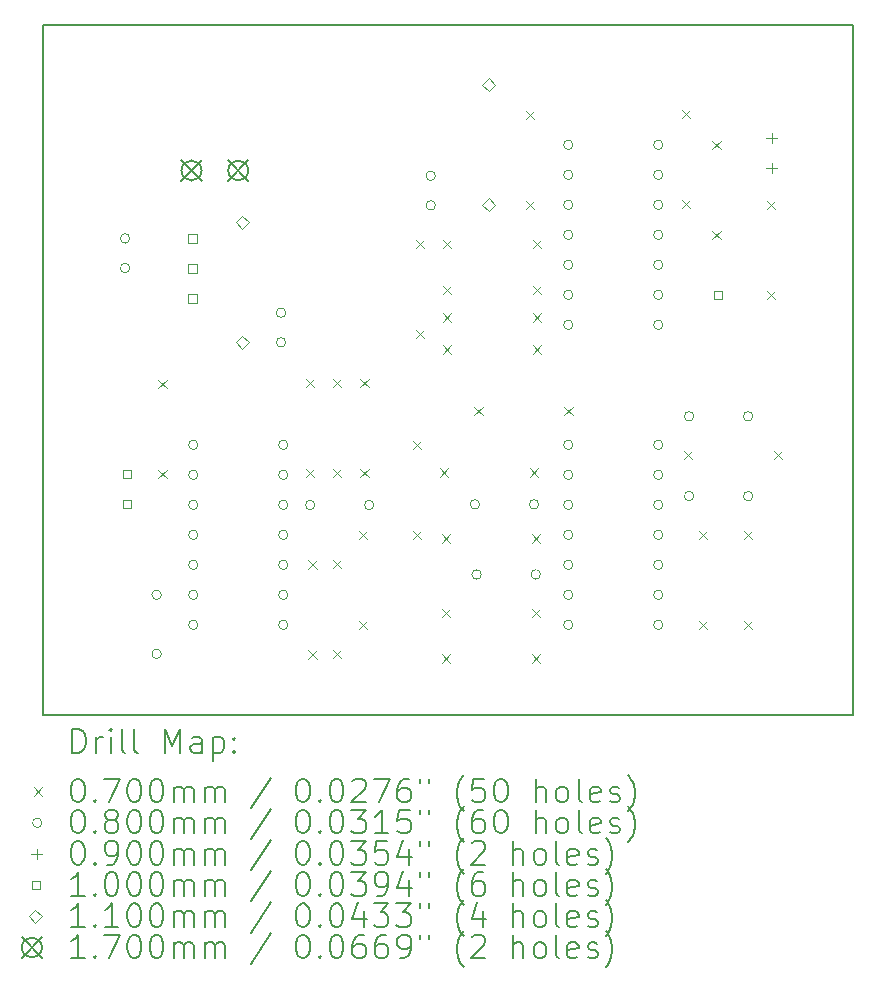
<source format=gbr>
%FSLAX45Y45*%
G04 Gerber Fmt 4.5, Leading zero omitted, Abs format (unit mm)*
G04 Created by KiCad (PCBNEW (6.0.4)) date 2022-04-22 20:47:05*
%MOMM*%
%LPD*%
G01*
G04 APERTURE LIST*
%TA.AperFunction,Profile*%
%ADD10C,0.200000*%
%TD*%
%ADD11C,0.200000*%
%ADD12C,0.070000*%
%ADD13C,0.080000*%
%ADD14C,0.090000*%
%ADD15C,0.100000*%
%ADD16C,0.110000*%
%ADD17C,0.170000*%
G04 APERTURE END LIST*
D10*
X17960340Y-7101840D02*
X11102340Y-7101840D01*
X11102340Y-7101840D02*
X11102340Y-12943840D01*
X11102340Y-12943840D02*
X17960340Y-12943840D01*
X17960340Y-12943840D02*
X17960340Y-7101840D01*
D11*
D12*
X12078340Y-10110340D02*
X12148340Y-10180340D01*
X12148340Y-10110340D02*
X12078340Y-10180340D01*
X12078340Y-10872340D02*
X12148340Y-10942340D01*
X12148340Y-10872340D02*
X12078340Y-10942340D01*
X13328340Y-10100340D02*
X13398340Y-10170340D01*
X13398340Y-10100340D02*
X13328340Y-10170340D01*
X13328340Y-10862340D02*
X13398340Y-10932340D01*
X13398340Y-10862340D02*
X13328340Y-10932340D01*
X13348340Y-11636340D02*
X13418340Y-11706340D01*
X13418340Y-11636340D02*
X13348340Y-11706340D01*
X13348340Y-12398340D02*
X13418340Y-12468340D01*
X13418340Y-12398340D02*
X13348340Y-12468340D01*
X13558340Y-10100340D02*
X13628340Y-10170340D01*
X13628340Y-10100340D02*
X13558340Y-10170340D01*
X13558340Y-10862340D02*
X13628340Y-10932340D01*
X13628340Y-10862340D02*
X13558340Y-10932340D01*
X13558340Y-11634340D02*
X13628340Y-11704340D01*
X13628340Y-11634340D02*
X13558340Y-11704340D01*
X13558340Y-12396340D02*
X13628340Y-12466340D01*
X13628340Y-12396340D02*
X13558340Y-12466340D01*
X13778340Y-11384340D02*
X13848340Y-11454340D01*
X13848340Y-11384340D02*
X13778340Y-11454340D01*
X13778340Y-12146340D02*
X13848340Y-12216340D01*
X13848340Y-12146340D02*
X13778340Y-12216340D01*
X13788340Y-10100340D02*
X13858340Y-10170340D01*
X13858340Y-10100340D02*
X13788340Y-10170340D01*
X13788340Y-10862340D02*
X13858340Y-10932340D01*
X13858340Y-10862340D02*
X13788340Y-10932340D01*
X14233340Y-10626340D02*
X14303340Y-10696340D01*
X14303340Y-10626340D02*
X14233340Y-10696340D01*
X14233340Y-11388340D02*
X14303340Y-11458340D01*
X14303340Y-11388340D02*
X14233340Y-11458340D01*
X14259340Y-8924840D02*
X14329340Y-8994840D01*
X14329340Y-8924840D02*
X14259340Y-8994840D01*
X14259340Y-9686840D02*
X14329340Y-9756840D01*
X14329340Y-9686840D02*
X14259340Y-9756840D01*
X14462340Y-10857340D02*
X14532340Y-10927340D01*
X14532340Y-10857340D02*
X14462340Y-10927340D01*
X14476020Y-11415320D02*
X14546020Y-11485320D01*
X14546020Y-11415320D02*
X14476020Y-11485320D01*
X14476020Y-12045240D02*
X14546020Y-12115240D01*
X14546020Y-12045240D02*
X14476020Y-12115240D01*
X14476020Y-12431320D02*
X14546020Y-12501320D01*
X14546020Y-12431320D02*
X14476020Y-12501320D01*
X14485340Y-8924840D02*
X14555340Y-8994840D01*
X14555340Y-8924840D02*
X14485340Y-8994840D01*
X14485340Y-9309840D02*
X14555340Y-9379840D01*
X14555340Y-9309840D02*
X14485340Y-9379840D01*
X14487340Y-9544840D02*
X14557340Y-9614840D01*
X14557340Y-9544840D02*
X14487340Y-9614840D01*
X14487340Y-9814840D02*
X14557340Y-9884840D01*
X14557340Y-9814840D02*
X14487340Y-9884840D01*
X14752880Y-10338360D02*
X14822880Y-10408360D01*
X14822880Y-10338360D02*
X14752880Y-10408360D01*
X15189340Y-7827840D02*
X15259340Y-7897840D01*
X15259340Y-7827840D02*
X15189340Y-7897840D01*
X15189340Y-8589840D02*
X15259340Y-8659840D01*
X15259340Y-8589840D02*
X15189340Y-8659840D01*
X15224340Y-10857340D02*
X15294340Y-10927340D01*
X15294340Y-10857340D02*
X15224340Y-10927340D01*
X15238020Y-11415320D02*
X15308020Y-11485320D01*
X15308020Y-11415320D02*
X15238020Y-11485320D01*
X15238020Y-12045240D02*
X15308020Y-12115240D01*
X15308020Y-12045240D02*
X15238020Y-12115240D01*
X15238020Y-12431320D02*
X15308020Y-12501320D01*
X15308020Y-12431320D02*
X15238020Y-12501320D01*
X15247340Y-8924840D02*
X15317340Y-8994840D01*
X15317340Y-8924840D02*
X15247340Y-8994840D01*
X15247340Y-9309840D02*
X15317340Y-9379840D01*
X15317340Y-9309840D02*
X15247340Y-9379840D01*
X15249340Y-9544840D02*
X15319340Y-9614840D01*
X15319340Y-9544840D02*
X15249340Y-9614840D01*
X15249340Y-9814840D02*
X15319340Y-9884840D01*
X15319340Y-9814840D02*
X15249340Y-9884840D01*
X15514880Y-10338360D02*
X15584880Y-10408360D01*
X15584880Y-10338360D02*
X15514880Y-10408360D01*
X16513340Y-7823840D02*
X16583340Y-7893840D01*
X16583340Y-7823840D02*
X16513340Y-7893840D01*
X16513340Y-8585840D02*
X16583340Y-8655840D01*
X16583340Y-8585840D02*
X16513340Y-8655840D01*
X16528340Y-10711340D02*
X16598340Y-10781340D01*
X16598340Y-10711340D02*
X16528340Y-10781340D01*
X16656340Y-11389340D02*
X16726340Y-11459340D01*
X16726340Y-11389340D02*
X16656340Y-11459340D01*
X16656340Y-12151340D02*
X16726340Y-12221340D01*
X16726340Y-12151340D02*
X16656340Y-12221340D01*
X16769340Y-8082840D02*
X16839340Y-8152840D01*
X16839340Y-8082840D02*
X16769340Y-8152840D01*
X16769340Y-8844840D02*
X16839340Y-8914840D01*
X16839340Y-8844840D02*
X16769340Y-8914840D01*
X17036340Y-11389340D02*
X17106340Y-11459340D01*
X17106340Y-11389340D02*
X17036340Y-11459340D01*
X17036340Y-12151340D02*
X17106340Y-12221340D01*
X17106340Y-12151340D02*
X17036340Y-12221340D01*
X17231920Y-8590840D02*
X17301920Y-8660840D01*
X17301920Y-8590840D02*
X17231920Y-8660840D01*
X17231920Y-9352840D02*
X17301920Y-9422840D01*
X17301920Y-9352840D02*
X17231920Y-9422840D01*
X17290340Y-10711340D02*
X17360340Y-10781340D01*
X17360340Y-10711340D02*
X17290340Y-10781340D01*
D13*
X11836560Y-8910700D02*
G75*
G03*
X11836560Y-8910700I-40000J0D01*
G01*
X11836560Y-9160700D02*
G75*
G03*
X11836560Y-9160700I-40000J0D01*
G01*
X12103340Y-11927340D02*
G75*
G03*
X12103340Y-11927340I-40000J0D01*
G01*
X12103340Y-12427340D02*
G75*
G03*
X12103340Y-12427340I-40000J0D01*
G01*
X12413340Y-10657340D02*
G75*
G03*
X12413340Y-10657340I-40000J0D01*
G01*
X12413340Y-10911340D02*
G75*
G03*
X12413340Y-10911340I-40000J0D01*
G01*
X12413340Y-11165340D02*
G75*
G03*
X12413340Y-11165340I-40000J0D01*
G01*
X12413340Y-11419340D02*
G75*
G03*
X12413340Y-11419340I-40000J0D01*
G01*
X12413340Y-11673340D02*
G75*
G03*
X12413340Y-11673340I-40000J0D01*
G01*
X12413340Y-11927340D02*
G75*
G03*
X12413340Y-11927340I-40000J0D01*
G01*
X12413340Y-12181340D02*
G75*
G03*
X12413340Y-12181340I-40000J0D01*
G01*
X13156560Y-9539700D02*
G75*
G03*
X13156560Y-9539700I-40000J0D01*
G01*
X13156560Y-9789700D02*
G75*
G03*
X13156560Y-9789700I-40000J0D01*
G01*
X13175340Y-10657340D02*
G75*
G03*
X13175340Y-10657340I-40000J0D01*
G01*
X13175340Y-10911340D02*
G75*
G03*
X13175340Y-10911340I-40000J0D01*
G01*
X13175340Y-11165340D02*
G75*
G03*
X13175340Y-11165340I-40000J0D01*
G01*
X13175340Y-11419340D02*
G75*
G03*
X13175340Y-11419340I-40000J0D01*
G01*
X13175340Y-11673340D02*
G75*
G03*
X13175340Y-11673340I-40000J0D01*
G01*
X13175340Y-11927340D02*
G75*
G03*
X13175340Y-11927340I-40000J0D01*
G01*
X13175340Y-12181340D02*
G75*
G03*
X13175340Y-12181340I-40000J0D01*
G01*
X13403340Y-11167340D02*
G75*
G03*
X13403340Y-11167340I-40000J0D01*
G01*
X13903340Y-11167340D02*
G75*
G03*
X13903340Y-11167340I-40000J0D01*
G01*
X14424340Y-8379840D02*
G75*
G03*
X14424340Y-8379840I-40000J0D01*
G01*
X14424340Y-8629840D02*
G75*
G03*
X14424340Y-8629840I-40000J0D01*
G01*
X14798340Y-11162340D02*
G75*
G03*
X14798340Y-11162340I-40000J0D01*
G01*
X14813020Y-11755120D02*
G75*
G03*
X14813020Y-11755120I-40000J0D01*
G01*
X15298340Y-11162340D02*
G75*
G03*
X15298340Y-11162340I-40000J0D01*
G01*
X15313020Y-11755120D02*
G75*
G03*
X15313020Y-11755120I-40000J0D01*
G01*
X15588340Y-8117340D02*
G75*
G03*
X15588340Y-8117340I-40000J0D01*
G01*
X15588340Y-8371340D02*
G75*
G03*
X15588340Y-8371340I-40000J0D01*
G01*
X15588340Y-8625340D02*
G75*
G03*
X15588340Y-8625340I-40000J0D01*
G01*
X15588340Y-8879340D02*
G75*
G03*
X15588340Y-8879340I-40000J0D01*
G01*
X15588340Y-9133340D02*
G75*
G03*
X15588340Y-9133340I-40000J0D01*
G01*
X15588340Y-9387340D02*
G75*
G03*
X15588340Y-9387340I-40000J0D01*
G01*
X15588340Y-9641340D02*
G75*
G03*
X15588340Y-9641340I-40000J0D01*
G01*
X15588340Y-10657340D02*
G75*
G03*
X15588340Y-10657340I-40000J0D01*
G01*
X15588340Y-10911340D02*
G75*
G03*
X15588340Y-10911340I-40000J0D01*
G01*
X15588340Y-11165340D02*
G75*
G03*
X15588340Y-11165340I-40000J0D01*
G01*
X15588340Y-11419340D02*
G75*
G03*
X15588340Y-11419340I-40000J0D01*
G01*
X15588340Y-11673340D02*
G75*
G03*
X15588340Y-11673340I-40000J0D01*
G01*
X15588340Y-11927340D02*
G75*
G03*
X15588340Y-11927340I-40000J0D01*
G01*
X15588340Y-12181340D02*
G75*
G03*
X15588340Y-12181340I-40000J0D01*
G01*
X16350340Y-8117340D02*
G75*
G03*
X16350340Y-8117340I-40000J0D01*
G01*
X16350340Y-8371340D02*
G75*
G03*
X16350340Y-8371340I-40000J0D01*
G01*
X16350340Y-8625340D02*
G75*
G03*
X16350340Y-8625340I-40000J0D01*
G01*
X16350340Y-8879340D02*
G75*
G03*
X16350340Y-8879340I-40000J0D01*
G01*
X16350340Y-9133340D02*
G75*
G03*
X16350340Y-9133340I-40000J0D01*
G01*
X16350340Y-9387340D02*
G75*
G03*
X16350340Y-9387340I-40000J0D01*
G01*
X16350340Y-9641340D02*
G75*
G03*
X16350340Y-9641340I-40000J0D01*
G01*
X16350340Y-10657340D02*
G75*
G03*
X16350340Y-10657340I-40000J0D01*
G01*
X16350340Y-10911340D02*
G75*
G03*
X16350340Y-10911340I-40000J0D01*
G01*
X16350340Y-11165340D02*
G75*
G03*
X16350340Y-11165340I-40000J0D01*
G01*
X16350340Y-11419340D02*
G75*
G03*
X16350340Y-11419340I-40000J0D01*
G01*
X16350340Y-11673340D02*
G75*
G03*
X16350340Y-11673340I-40000J0D01*
G01*
X16350340Y-11927340D02*
G75*
G03*
X16350340Y-11927340I-40000J0D01*
G01*
X16350340Y-12181340D02*
G75*
G03*
X16350340Y-12181340I-40000J0D01*
G01*
X16611340Y-10416340D02*
G75*
G03*
X16611340Y-10416340I-40000J0D01*
G01*
X16611340Y-11092340D02*
G75*
G03*
X16611340Y-11092340I-40000J0D01*
G01*
X17111340Y-10416340D02*
G75*
G03*
X17111340Y-10416340I-40000J0D01*
G01*
X17111340Y-11092340D02*
G75*
G03*
X17111340Y-11092340I-40000J0D01*
G01*
D14*
X17269460Y-8014420D02*
X17269460Y-8104420D01*
X17224460Y-8059420D02*
X17314460Y-8059420D01*
X17269460Y-8268420D02*
X17269460Y-8358420D01*
X17224460Y-8313420D02*
X17314460Y-8313420D01*
D15*
X11848695Y-10942695D02*
X11848695Y-10871983D01*
X11777984Y-10871983D01*
X11777984Y-10942695D01*
X11848695Y-10942695D01*
X11848695Y-11196695D02*
X11848695Y-11125983D01*
X11777984Y-11125983D01*
X11777984Y-11196695D01*
X11848695Y-11196695D01*
X12401916Y-8945056D02*
X12401916Y-8874344D01*
X12331204Y-8874344D01*
X12331204Y-8945056D01*
X12401916Y-8945056D01*
X12401916Y-9199056D02*
X12401916Y-9128344D01*
X12331204Y-9128344D01*
X12331204Y-9199056D01*
X12401916Y-9199056D01*
X12401916Y-9453056D02*
X12401916Y-9382344D01*
X12331204Y-9382344D01*
X12331204Y-9453056D01*
X12401916Y-9453056D01*
X16849696Y-9425196D02*
X16849696Y-9354484D01*
X16778984Y-9354484D01*
X16778984Y-9425196D01*
X16849696Y-9425196D01*
D16*
X12786561Y-8828701D02*
X12841561Y-8773701D01*
X12786561Y-8718701D01*
X12731561Y-8773701D01*
X12786561Y-8828701D01*
X12786561Y-9844701D02*
X12841561Y-9789701D01*
X12786561Y-9734701D01*
X12731561Y-9789701D01*
X12786561Y-9844701D01*
X14874340Y-7665840D02*
X14929340Y-7610840D01*
X14874340Y-7555840D01*
X14819340Y-7610840D01*
X14874340Y-7665840D01*
X14874340Y-8681840D02*
X14929340Y-8626840D01*
X14874340Y-8571840D01*
X14819340Y-8626840D01*
X14874340Y-8681840D01*
D17*
X12273560Y-8250200D02*
X12443560Y-8420200D01*
X12443560Y-8250200D02*
X12273560Y-8420200D01*
X12443560Y-8335200D02*
G75*
G03*
X12443560Y-8335200I-85000J0D01*
G01*
X12669560Y-8250200D02*
X12839560Y-8420200D01*
X12839560Y-8250200D02*
X12669560Y-8420200D01*
X12839560Y-8335200D02*
G75*
G03*
X12839560Y-8335200I-85000J0D01*
G01*
D11*
X11349959Y-13264316D02*
X11349959Y-13064316D01*
X11397578Y-13064316D01*
X11426149Y-13073840D01*
X11445197Y-13092888D01*
X11454721Y-13111935D01*
X11464245Y-13150030D01*
X11464245Y-13178602D01*
X11454721Y-13216697D01*
X11445197Y-13235745D01*
X11426149Y-13254792D01*
X11397578Y-13264316D01*
X11349959Y-13264316D01*
X11549959Y-13264316D02*
X11549959Y-13130983D01*
X11549959Y-13169078D02*
X11559483Y-13150030D01*
X11569007Y-13140507D01*
X11588054Y-13130983D01*
X11607102Y-13130983D01*
X11673768Y-13264316D02*
X11673768Y-13130983D01*
X11673768Y-13064316D02*
X11664245Y-13073840D01*
X11673768Y-13083364D01*
X11683292Y-13073840D01*
X11673768Y-13064316D01*
X11673768Y-13083364D01*
X11797578Y-13264316D02*
X11778530Y-13254792D01*
X11769007Y-13235745D01*
X11769007Y-13064316D01*
X11902340Y-13264316D02*
X11883292Y-13254792D01*
X11873768Y-13235745D01*
X11873768Y-13064316D01*
X12130911Y-13264316D02*
X12130911Y-13064316D01*
X12197578Y-13207173D01*
X12264245Y-13064316D01*
X12264245Y-13264316D01*
X12445197Y-13264316D02*
X12445197Y-13159554D01*
X12435673Y-13140507D01*
X12416626Y-13130983D01*
X12378530Y-13130983D01*
X12359483Y-13140507D01*
X12445197Y-13254792D02*
X12426149Y-13264316D01*
X12378530Y-13264316D01*
X12359483Y-13254792D01*
X12349959Y-13235745D01*
X12349959Y-13216697D01*
X12359483Y-13197649D01*
X12378530Y-13188126D01*
X12426149Y-13188126D01*
X12445197Y-13178602D01*
X12540435Y-13130983D02*
X12540435Y-13330983D01*
X12540435Y-13140507D02*
X12559483Y-13130983D01*
X12597578Y-13130983D01*
X12616626Y-13140507D01*
X12626149Y-13150030D01*
X12635673Y-13169078D01*
X12635673Y-13226221D01*
X12626149Y-13245268D01*
X12616626Y-13254792D01*
X12597578Y-13264316D01*
X12559483Y-13264316D01*
X12540435Y-13254792D01*
X12721388Y-13245268D02*
X12730911Y-13254792D01*
X12721388Y-13264316D01*
X12711864Y-13254792D01*
X12721388Y-13245268D01*
X12721388Y-13264316D01*
X12721388Y-13140507D02*
X12730911Y-13150030D01*
X12721388Y-13159554D01*
X12711864Y-13150030D01*
X12721388Y-13140507D01*
X12721388Y-13159554D01*
D12*
X11022340Y-13558840D02*
X11092340Y-13628840D01*
X11092340Y-13558840D02*
X11022340Y-13628840D01*
D11*
X11388054Y-13484316D02*
X11407102Y-13484316D01*
X11426149Y-13493840D01*
X11435673Y-13503364D01*
X11445197Y-13522411D01*
X11454721Y-13560507D01*
X11454721Y-13608126D01*
X11445197Y-13646221D01*
X11435673Y-13665268D01*
X11426149Y-13674792D01*
X11407102Y-13684316D01*
X11388054Y-13684316D01*
X11369007Y-13674792D01*
X11359483Y-13665268D01*
X11349959Y-13646221D01*
X11340435Y-13608126D01*
X11340435Y-13560507D01*
X11349959Y-13522411D01*
X11359483Y-13503364D01*
X11369007Y-13493840D01*
X11388054Y-13484316D01*
X11540435Y-13665268D02*
X11549959Y-13674792D01*
X11540435Y-13684316D01*
X11530911Y-13674792D01*
X11540435Y-13665268D01*
X11540435Y-13684316D01*
X11616626Y-13484316D02*
X11749959Y-13484316D01*
X11664245Y-13684316D01*
X11864245Y-13484316D02*
X11883292Y-13484316D01*
X11902340Y-13493840D01*
X11911864Y-13503364D01*
X11921388Y-13522411D01*
X11930911Y-13560507D01*
X11930911Y-13608126D01*
X11921388Y-13646221D01*
X11911864Y-13665268D01*
X11902340Y-13674792D01*
X11883292Y-13684316D01*
X11864245Y-13684316D01*
X11845197Y-13674792D01*
X11835673Y-13665268D01*
X11826149Y-13646221D01*
X11816626Y-13608126D01*
X11816626Y-13560507D01*
X11826149Y-13522411D01*
X11835673Y-13503364D01*
X11845197Y-13493840D01*
X11864245Y-13484316D01*
X12054721Y-13484316D02*
X12073768Y-13484316D01*
X12092816Y-13493840D01*
X12102340Y-13503364D01*
X12111864Y-13522411D01*
X12121388Y-13560507D01*
X12121388Y-13608126D01*
X12111864Y-13646221D01*
X12102340Y-13665268D01*
X12092816Y-13674792D01*
X12073768Y-13684316D01*
X12054721Y-13684316D01*
X12035673Y-13674792D01*
X12026149Y-13665268D01*
X12016626Y-13646221D01*
X12007102Y-13608126D01*
X12007102Y-13560507D01*
X12016626Y-13522411D01*
X12026149Y-13503364D01*
X12035673Y-13493840D01*
X12054721Y-13484316D01*
X12207102Y-13684316D02*
X12207102Y-13550983D01*
X12207102Y-13570030D02*
X12216626Y-13560507D01*
X12235673Y-13550983D01*
X12264245Y-13550983D01*
X12283292Y-13560507D01*
X12292816Y-13579554D01*
X12292816Y-13684316D01*
X12292816Y-13579554D02*
X12302340Y-13560507D01*
X12321388Y-13550983D01*
X12349959Y-13550983D01*
X12369007Y-13560507D01*
X12378530Y-13579554D01*
X12378530Y-13684316D01*
X12473768Y-13684316D02*
X12473768Y-13550983D01*
X12473768Y-13570030D02*
X12483292Y-13560507D01*
X12502340Y-13550983D01*
X12530911Y-13550983D01*
X12549959Y-13560507D01*
X12559483Y-13579554D01*
X12559483Y-13684316D01*
X12559483Y-13579554D02*
X12569007Y-13560507D01*
X12588054Y-13550983D01*
X12616626Y-13550983D01*
X12635673Y-13560507D01*
X12645197Y-13579554D01*
X12645197Y-13684316D01*
X13035673Y-13474792D02*
X12864245Y-13731935D01*
X13292816Y-13484316D02*
X13311864Y-13484316D01*
X13330911Y-13493840D01*
X13340435Y-13503364D01*
X13349959Y-13522411D01*
X13359483Y-13560507D01*
X13359483Y-13608126D01*
X13349959Y-13646221D01*
X13340435Y-13665268D01*
X13330911Y-13674792D01*
X13311864Y-13684316D01*
X13292816Y-13684316D01*
X13273768Y-13674792D01*
X13264245Y-13665268D01*
X13254721Y-13646221D01*
X13245197Y-13608126D01*
X13245197Y-13560507D01*
X13254721Y-13522411D01*
X13264245Y-13503364D01*
X13273768Y-13493840D01*
X13292816Y-13484316D01*
X13445197Y-13665268D02*
X13454721Y-13674792D01*
X13445197Y-13684316D01*
X13435673Y-13674792D01*
X13445197Y-13665268D01*
X13445197Y-13684316D01*
X13578530Y-13484316D02*
X13597578Y-13484316D01*
X13616626Y-13493840D01*
X13626149Y-13503364D01*
X13635673Y-13522411D01*
X13645197Y-13560507D01*
X13645197Y-13608126D01*
X13635673Y-13646221D01*
X13626149Y-13665268D01*
X13616626Y-13674792D01*
X13597578Y-13684316D01*
X13578530Y-13684316D01*
X13559483Y-13674792D01*
X13549959Y-13665268D01*
X13540435Y-13646221D01*
X13530911Y-13608126D01*
X13530911Y-13560507D01*
X13540435Y-13522411D01*
X13549959Y-13503364D01*
X13559483Y-13493840D01*
X13578530Y-13484316D01*
X13721388Y-13503364D02*
X13730911Y-13493840D01*
X13749959Y-13484316D01*
X13797578Y-13484316D01*
X13816626Y-13493840D01*
X13826149Y-13503364D01*
X13835673Y-13522411D01*
X13835673Y-13541459D01*
X13826149Y-13570030D01*
X13711864Y-13684316D01*
X13835673Y-13684316D01*
X13902340Y-13484316D02*
X14035673Y-13484316D01*
X13949959Y-13684316D01*
X14197578Y-13484316D02*
X14159483Y-13484316D01*
X14140435Y-13493840D01*
X14130911Y-13503364D01*
X14111864Y-13531935D01*
X14102340Y-13570030D01*
X14102340Y-13646221D01*
X14111864Y-13665268D01*
X14121388Y-13674792D01*
X14140435Y-13684316D01*
X14178530Y-13684316D01*
X14197578Y-13674792D01*
X14207102Y-13665268D01*
X14216626Y-13646221D01*
X14216626Y-13598602D01*
X14207102Y-13579554D01*
X14197578Y-13570030D01*
X14178530Y-13560507D01*
X14140435Y-13560507D01*
X14121388Y-13570030D01*
X14111864Y-13579554D01*
X14102340Y-13598602D01*
X14292816Y-13484316D02*
X14292816Y-13522411D01*
X14369007Y-13484316D02*
X14369007Y-13522411D01*
X14664245Y-13760507D02*
X14654721Y-13750983D01*
X14635673Y-13722411D01*
X14626149Y-13703364D01*
X14616626Y-13674792D01*
X14607102Y-13627173D01*
X14607102Y-13589078D01*
X14616626Y-13541459D01*
X14626149Y-13512888D01*
X14635673Y-13493840D01*
X14654721Y-13465268D01*
X14664245Y-13455745D01*
X14835673Y-13484316D02*
X14740435Y-13484316D01*
X14730911Y-13579554D01*
X14740435Y-13570030D01*
X14759483Y-13560507D01*
X14807102Y-13560507D01*
X14826149Y-13570030D01*
X14835673Y-13579554D01*
X14845197Y-13598602D01*
X14845197Y-13646221D01*
X14835673Y-13665268D01*
X14826149Y-13674792D01*
X14807102Y-13684316D01*
X14759483Y-13684316D01*
X14740435Y-13674792D01*
X14730911Y-13665268D01*
X14969007Y-13484316D02*
X14988054Y-13484316D01*
X15007102Y-13493840D01*
X15016626Y-13503364D01*
X15026149Y-13522411D01*
X15035673Y-13560507D01*
X15035673Y-13608126D01*
X15026149Y-13646221D01*
X15016626Y-13665268D01*
X15007102Y-13674792D01*
X14988054Y-13684316D01*
X14969007Y-13684316D01*
X14949959Y-13674792D01*
X14940435Y-13665268D01*
X14930911Y-13646221D01*
X14921388Y-13608126D01*
X14921388Y-13560507D01*
X14930911Y-13522411D01*
X14940435Y-13503364D01*
X14949959Y-13493840D01*
X14969007Y-13484316D01*
X15273768Y-13684316D02*
X15273768Y-13484316D01*
X15359483Y-13684316D02*
X15359483Y-13579554D01*
X15349959Y-13560507D01*
X15330911Y-13550983D01*
X15302340Y-13550983D01*
X15283292Y-13560507D01*
X15273768Y-13570030D01*
X15483292Y-13684316D02*
X15464245Y-13674792D01*
X15454721Y-13665268D01*
X15445197Y-13646221D01*
X15445197Y-13589078D01*
X15454721Y-13570030D01*
X15464245Y-13560507D01*
X15483292Y-13550983D01*
X15511864Y-13550983D01*
X15530911Y-13560507D01*
X15540435Y-13570030D01*
X15549959Y-13589078D01*
X15549959Y-13646221D01*
X15540435Y-13665268D01*
X15530911Y-13674792D01*
X15511864Y-13684316D01*
X15483292Y-13684316D01*
X15664245Y-13684316D02*
X15645197Y-13674792D01*
X15635673Y-13655745D01*
X15635673Y-13484316D01*
X15816626Y-13674792D02*
X15797578Y-13684316D01*
X15759483Y-13684316D01*
X15740435Y-13674792D01*
X15730911Y-13655745D01*
X15730911Y-13579554D01*
X15740435Y-13560507D01*
X15759483Y-13550983D01*
X15797578Y-13550983D01*
X15816626Y-13560507D01*
X15826149Y-13579554D01*
X15826149Y-13598602D01*
X15730911Y-13617649D01*
X15902340Y-13674792D02*
X15921388Y-13684316D01*
X15959483Y-13684316D01*
X15978530Y-13674792D01*
X15988054Y-13655745D01*
X15988054Y-13646221D01*
X15978530Y-13627173D01*
X15959483Y-13617649D01*
X15930911Y-13617649D01*
X15911864Y-13608126D01*
X15902340Y-13589078D01*
X15902340Y-13579554D01*
X15911864Y-13560507D01*
X15930911Y-13550983D01*
X15959483Y-13550983D01*
X15978530Y-13560507D01*
X16054721Y-13760507D02*
X16064245Y-13750983D01*
X16083292Y-13722411D01*
X16092816Y-13703364D01*
X16102340Y-13674792D01*
X16111864Y-13627173D01*
X16111864Y-13589078D01*
X16102340Y-13541459D01*
X16092816Y-13512888D01*
X16083292Y-13493840D01*
X16064245Y-13465268D01*
X16054721Y-13455745D01*
D13*
X11092340Y-13857840D02*
G75*
G03*
X11092340Y-13857840I-40000J0D01*
G01*
D11*
X11388054Y-13748316D02*
X11407102Y-13748316D01*
X11426149Y-13757840D01*
X11435673Y-13767364D01*
X11445197Y-13786411D01*
X11454721Y-13824507D01*
X11454721Y-13872126D01*
X11445197Y-13910221D01*
X11435673Y-13929268D01*
X11426149Y-13938792D01*
X11407102Y-13948316D01*
X11388054Y-13948316D01*
X11369007Y-13938792D01*
X11359483Y-13929268D01*
X11349959Y-13910221D01*
X11340435Y-13872126D01*
X11340435Y-13824507D01*
X11349959Y-13786411D01*
X11359483Y-13767364D01*
X11369007Y-13757840D01*
X11388054Y-13748316D01*
X11540435Y-13929268D02*
X11549959Y-13938792D01*
X11540435Y-13948316D01*
X11530911Y-13938792D01*
X11540435Y-13929268D01*
X11540435Y-13948316D01*
X11664245Y-13834030D02*
X11645197Y-13824507D01*
X11635673Y-13814983D01*
X11626149Y-13795935D01*
X11626149Y-13786411D01*
X11635673Y-13767364D01*
X11645197Y-13757840D01*
X11664245Y-13748316D01*
X11702340Y-13748316D01*
X11721388Y-13757840D01*
X11730911Y-13767364D01*
X11740435Y-13786411D01*
X11740435Y-13795935D01*
X11730911Y-13814983D01*
X11721388Y-13824507D01*
X11702340Y-13834030D01*
X11664245Y-13834030D01*
X11645197Y-13843554D01*
X11635673Y-13853078D01*
X11626149Y-13872126D01*
X11626149Y-13910221D01*
X11635673Y-13929268D01*
X11645197Y-13938792D01*
X11664245Y-13948316D01*
X11702340Y-13948316D01*
X11721388Y-13938792D01*
X11730911Y-13929268D01*
X11740435Y-13910221D01*
X11740435Y-13872126D01*
X11730911Y-13853078D01*
X11721388Y-13843554D01*
X11702340Y-13834030D01*
X11864245Y-13748316D02*
X11883292Y-13748316D01*
X11902340Y-13757840D01*
X11911864Y-13767364D01*
X11921388Y-13786411D01*
X11930911Y-13824507D01*
X11930911Y-13872126D01*
X11921388Y-13910221D01*
X11911864Y-13929268D01*
X11902340Y-13938792D01*
X11883292Y-13948316D01*
X11864245Y-13948316D01*
X11845197Y-13938792D01*
X11835673Y-13929268D01*
X11826149Y-13910221D01*
X11816626Y-13872126D01*
X11816626Y-13824507D01*
X11826149Y-13786411D01*
X11835673Y-13767364D01*
X11845197Y-13757840D01*
X11864245Y-13748316D01*
X12054721Y-13748316D02*
X12073768Y-13748316D01*
X12092816Y-13757840D01*
X12102340Y-13767364D01*
X12111864Y-13786411D01*
X12121388Y-13824507D01*
X12121388Y-13872126D01*
X12111864Y-13910221D01*
X12102340Y-13929268D01*
X12092816Y-13938792D01*
X12073768Y-13948316D01*
X12054721Y-13948316D01*
X12035673Y-13938792D01*
X12026149Y-13929268D01*
X12016626Y-13910221D01*
X12007102Y-13872126D01*
X12007102Y-13824507D01*
X12016626Y-13786411D01*
X12026149Y-13767364D01*
X12035673Y-13757840D01*
X12054721Y-13748316D01*
X12207102Y-13948316D02*
X12207102Y-13814983D01*
X12207102Y-13834030D02*
X12216626Y-13824507D01*
X12235673Y-13814983D01*
X12264245Y-13814983D01*
X12283292Y-13824507D01*
X12292816Y-13843554D01*
X12292816Y-13948316D01*
X12292816Y-13843554D02*
X12302340Y-13824507D01*
X12321388Y-13814983D01*
X12349959Y-13814983D01*
X12369007Y-13824507D01*
X12378530Y-13843554D01*
X12378530Y-13948316D01*
X12473768Y-13948316D02*
X12473768Y-13814983D01*
X12473768Y-13834030D02*
X12483292Y-13824507D01*
X12502340Y-13814983D01*
X12530911Y-13814983D01*
X12549959Y-13824507D01*
X12559483Y-13843554D01*
X12559483Y-13948316D01*
X12559483Y-13843554D02*
X12569007Y-13824507D01*
X12588054Y-13814983D01*
X12616626Y-13814983D01*
X12635673Y-13824507D01*
X12645197Y-13843554D01*
X12645197Y-13948316D01*
X13035673Y-13738792D02*
X12864245Y-13995935D01*
X13292816Y-13748316D02*
X13311864Y-13748316D01*
X13330911Y-13757840D01*
X13340435Y-13767364D01*
X13349959Y-13786411D01*
X13359483Y-13824507D01*
X13359483Y-13872126D01*
X13349959Y-13910221D01*
X13340435Y-13929268D01*
X13330911Y-13938792D01*
X13311864Y-13948316D01*
X13292816Y-13948316D01*
X13273768Y-13938792D01*
X13264245Y-13929268D01*
X13254721Y-13910221D01*
X13245197Y-13872126D01*
X13245197Y-13824507D01*
X13254721Y-13786411D01*
X13264245Y-13767364D01*
X13273768Y-13757840D01*
X13292816Y-13748316D01*
X13445197Y-13929268D02*
X13454721Y-13938792D01*
X13445197Y-13948316D01*
X13435673Y-13938792D01*
X13445197Y-13929268D01*
X13445197Y-13948316D01*
X13578530Y-13748316D02*
X13597578Y-13748316D01*
X13616626Y-13757840D01*
X13626149Y-13767364D01*
X13635673Y-13786411D01*
X13645197Y-13824507D01*
X13645197Y-13872126D01*
X13635673Y-13910221D01*
X13626149Y-13929268D01*
X13616626Y-13938792D01*
X13597578Y-13948316D01*
X13578530Y-13948316D01*
X13559483Y-13938792D01*
X13549959Y-13929268D01*
X13540435Y-13910221D01*
X13530911Y-13872126D01*
X13530911Y-13824507D01*
X13540435Y-13786411D01*
X13549959Y-13767364D01*
X13559483Y-13757840D01*
X13578530Y-13748316D01*
X13711864Y-13748316D02*
X13835673Y-13748316D01*
X13769007Y-13824507D01*
X13797578Y-13824507D01*
X13816626Y-13834030D01*
X13826149Y-13843554D01*
X13835673Y-13862602D01*
X13835673Y-13910221D01*
X13826149Y-13929268D01*
X13816626Y-13938792D01*
X13797578Y-13948316D01*
X13740435Y-13948316D01*
X13721388Y-13938792D01*
X13711864Y-13929268D01*
X14026149Y-13948316D02*
X13911864Y-13948316D01*
X13969007Y-13948316D02*
X13969007Y-13748316D01*
X13949959Y-13776888D01*
X13930911Y-13795935D01*
X13911864Y-13805459D01*
X14207102Y-13748316D02*
X14111864Y-13748316D01*
X14102340Y-13843554D01*
X14111864Y-13834030D01*
X14130911Y-13824507D01*
X14178530Y-13824507D01*
X14197578Y-13834030D01*
X14207102Y-13843554D01*
X14216626Y-13862602D01*
X14216626Y-13910221D01*
X14207102Y-13929268D01*
X14197578Y-13938792D01*
X14178530Y-13948316D01*
X14130911Y-13948316D01*
X14111864Y-13938792D01*
X14102340Y-13929268D01*
X14292816Y-13748316D02*
X14292816Y-13786411D01*
X14369007Y-13748316D02*
X14369007Y-13786411D01*
X14664245Y-14024507D02*
X14654721Y-14014983D01*
X14635673Y-13986411D01*
X14626149Y-13967364D01*
X14616626Y-13938792D01*
X14607102Y-13891173D01*
X14607102Y-13853078D01*
X14616626Y-13805459D01*
X14626149Y-13776888D01*
X14635673Y-13757840D01*
X14654721Y-13729268D01*
X14664245Y-13719745D01*
X14826149Y-13748316D02*
X14788054Y-13748316D01*
X14769007Y-13757840D01*
X14759483Y-13767364D01*
X14740435Y-13795935D01*
X14730911Y-13834030D01*
X14730911Y-13910221D01*
X14740435Y-13929268D01*
X14749959Y-13938792D01*
X14769007Y-13948316D01*
X14807102Y-13948316D01*
X14826149Y-13938792D01*
X14835673Y-13929268D01*
X14845197Y-13910221D01*
X14845197Y-13862602D01*
X14835673Y-13843554D01*
X14826149Y-13834030D01*
X14807102Y-13824507D01*
X14769007Y-13824507D01*
X14749959Y-13834030D01*
X14740435Y-13843554D01*
X14730911Y-13862602D01*
X14969007Y-13748316D02*
X14988054Y-13748316D01*
X15007102Y-13757840D01*
X15016626Y-13767364D01*
X15026149Y-13786411D01*
X15035673Y-13824507D01*
X15035673Y-13872126D01*
X15026149Y-13910221D01*
X15016626Y-13929268D01*
X15007102Y-13938792D01*
X14988054Y-13948316D01*
X14969007Y-13948316D01*
X14949959Y-13938792D01*
X14940435Y-13929268D01*
X14930911Y-13910221D01*
X14921388Y-13872126D01*
X14921388Y-13824507D01*
X14930911Y-13786411D01*
X14940435Y-13767364D01*
X14949959Y-13757840D01*
X14969007Y-13748316D01*
X15273768Y-13948316D02*
X15273768Y-13748316D01*
X15359483Y-13948316D02*
X15359483Y-13843554D01*
X15349959Y-13824507D01*
X15330911Y-13814983D01*
X15302340Y-13814983D01*
X15283292Y-13824507D01*
X15273768Y-13834030D01*
X15483292Y-13948316D02*
X15464245Y-13938792D01*
X15454721Y-13929268D01*
X15445197Y-13910221D01*
X15445197Y-13853078D01*
X15454721Y-13834030D01*
X15464245Y-13824507D01*
X15483292Y-13814983D01*
X15511864Y-13814983D01*
X15530911Y-13824507D01*
X15540435Y-13834030D01*
X15549959Y-13853078D01*
X15549959Y-13910221D01*
X15540435Y-13929268D01*
X15530911Y-13938792D01*
X15511864Y-13948316D01*
X15483292Y-13948316D01*
X15664245Y-13948316D02*
X15645197Y-13938792D01*
X15635673Y-13919745D01*
X15635673Y-13748316D01*
X15816626Y-13938792D02*
X15797578Y-13948316D01*
X15759483Y-13948316D01*
X15740435Y-13938792D01*
X15730911Y-13919745D01*
X15730911Y-13843554D01*
X15740435Y-13824507D01*
X15759483Y-13814983D01*
X15797578Y-13814983D01*
X15816626Y-13824507D01*
X15826149Y-13843554D01*
X15826149Y-13862602D01*
X15730911Y-13881649D01*
X15902340Y-13938792D02*
X15921388Y-13948316D01*
X15959483Y-13948316D01*
X15978530Y-13938792D01*
X15988054Y-13919745D01*
X15988054Y-13910221D01*
X15978530Y-13891173D01*
X15959483Y-13881649D01*
X15930911Y-13881649D01*
X15911864Y-13872126D01*
X15902340Y-13853078D01*
X15902340Y-13843554D01*
X15911864Y-13824507D01*
X15930911Y-13814983D01*
X15959483Y-13814983D01*
X15978530Y-13824507D01*
X16054721Y-14024507D02*
X16064245Y-14014983D01*
X16083292Y-13986411D01*
X16092816Y-13967364D01*
X16102340Y-13938792D01*
X16111864Y-13891173D01*
X16111864Y-13853078D01*
X16102340Y-13805459D01*
X16092816Y-13776888D01*
X16083292Y-13757840D01*
X16064245Y-13729268D01*
X16054721Y-13719745D01*
D14*
X11047340Y-14076840D02*
X11047340Y-14166840D01*
X11002340Y-14121840D02*
X11092340Y-14121840D01*
D11*
X11388054Y-14012316D02*
X11407102Y-14012316D01*
X11426149Y-14021840D01*
X11435673Y-14031364D01*
X11445197Y-14050411D01*
X11454721Y-14088507D01*
X11454721Y-14136126D01*
X11445197Y-14174221D01*
X11435673Y-14193268D01*
X11426149Y-14202792D01*
X11407102Y-14212316D01*
X11388054Y-14212316D01*
X11369007Y-14202792D01*
X11359483Y-14193268D01*
X11349959Y-14174221D01*
X11340435Y-14136126D01*
X11340435Y-14088507D01*
X11349959Y-14050411D01*
X11359483Y-14031364D01*
X11369007Y-14021840D01*
X11388054Y-14012316D01*
X11540435Y-14193268D02*
X11549959Y-14202792D01*
X11540435Y-14212316D01*
X11530911Y-14202792D01*
X11540435Y-14193268D01*
X11540435Y-14212316D01*
X11645197Y-14212316D02*
X11683292Y-14212316D01*
X11702340Y-14202792D01*
X11711864Y-14193268D01*
X11730911Y-14164697D01*
X11740435Y-14126602D01*
X11740435Y-14050411D01*
X11730911Y-14031364D01*
X11721388Y-14021840D01*
X11702340Y-14012316D01*
X11664245Y-14012316D01*
X11645197Y-14021840D01*
X11635673Y-14031364D01*
X11626149Y-14050411D01*
X11626149Y-14098030D01*
X11635673Y-14117078D01*
X11645197Y-14126602D01*
X11664245Y-14136126D01*
X11702340Y-14136126D01*
X11721388Y-14126602D01*
X11730911Y-14117078D01*
X11740435Y-14098030D01*
X11864245Y-14012316D02*
X11883292Y-14012316D01*
X11902340Y-14021840D01*
X11911864Y-14031364D01*
X11921388Y-14050411D01*
X11930911Y-14088507D01*
X11930911Y-14136126D01*
X11921388Y-14174221D01*
X11911864Y-14193268D01*
X11902340Y-14202792D01*
X11883292Y-14212316D01*
X11864245Y-14212316D01*
X11845197Y-14202792D01*
X11835673Y-14193268D01*
X11826149Y-14174221D01*
X11816626Y-14136126D01*
X11816626Y-14088507D01*
X11826149Y-14050411D01*
X11835673Y-14031364D01*
X11845197Y-14021840D01*
X11864245Y-14012316D01*
X12054721Y-14012316D02*
X12073768Y-14012316D01*
X12092816Y-14021840D01*
X12102340Y-14031364D01*
X12111864Y-14050411D01*
X12121388Y-14088507D01*
X12121388Y-14136126D01*
X12111864Y-14174221D01*
X12102340Y-14193268D01*
X12092816Y-14202792D01*
X12073768Y-14212316D01*
X12054721Y-14212316D01*
X12035673Y-14202792D01*
X12026149Y-14193268D01*
X12016626Y-14174221D01*
X12007102Y-14136126D01*
X12007102Y-14088507D01*
X12016626Y-14050411D01*
X12026149Y-14031364D01*
X12035673Y-14021840D01*
X12054721Y-14012316D01*
X12207102Y-14212316D02*
X12207102Y-14078983D01*
X12207102Y-14098030D02*
X12216626Y-14088507D01*
X12235673Y-14078983D01*
X12264245Y-14078983D01*
X12283292Y-14088507D01*
X12292816Y-14107554D01*
X12292816Y-14212316D01*
X12292816Y-14107554D02*
X12302340Y-14088507D01*
X12321388Y-14078983D01*
X12349959Y-14078983D01*
X12369007Y-14088507D01*
X12378530Y-14107554D01*
X12378530Y-14212316D01*
X12473768Y-14212316D02*
X12473768Y-14078983D01*
X12473768Y-14098030D02*
X12483292Y-14088507D01*
X12502340Y-14078983D01*
X12530911Y-14078983D01*
X12549959Y-14088507D01*
X12559483Y-14107554D01*
X12559483Y-14212316D01*
X12559483Y-14107554D02*
X12569007Y-14088507D01*
X12588054Y-14078983D01*
X12616626Y-14078983D01*
X12635673Y-14088507D01*
X12645197Y-14107554D01*
X12645197Y-14212316D01*
X13035673Y-14002792D02*
X12864245Y-14259935D01*
X13292816Y-14012316D02*
X13311864Y-14012316D01*
X13330911Y-14021840D01*
X13340435Y-14031364D01*
X13349959Y-14050411D01*
X13359483Y-14088507D01*
X13359483Y-14136126D01*
X13349959Y-14174221D01*
X13340435Y-14193268D01*
X13330911Y-14202792D01*
X13311864Y-14212316D01*
X13292816Y-14212316D01*
X13273768Y-14202792D01*
X13264245Y-14193268D01*
X13254721Y-14174221D01*
X13245197Y-14136126D01*
X13245197Y-14088507D01*
X13254721Y-14050411D01*
X13264245Y-14031364D01*
X13273768Y-14021840D01*
X13292816Y-14012316D01*
X13445197Y-14193268D02*
X13454721Y-14202792D01*
X13445197Y-14212316D01*
X13435673Y-14202792D01*
X13445197Y-14193268D01*
X13445197Y-14212316D01*
X13578530Y-14012316D02*
X13597578Y-14012316D01*
X13616626Y-14021840D01*
X13626149Y-14031364D01*
X13635673Y-14050411D01*
X13645197Y-14088507D01*
X13645197Y-14136126D01*
X13635673Y-14174221D01*
X13626149Y-14193268D01*
X13616626Y-14202792D01*
X13597578Y-14212316D01*
X13578530Y-14212316D01*
X13559483Y-14202792D01*
X13549959Y-14193268D01*
X13540435Y-14174221D01*
X13530911Y-14136126D01*
X13530911Y-14088507D01*
X13540435Y-14050411D01*
X13549959Y-14031364D01*
X13559483Y-14021840D01*
X13578530Y-14012316D01*
X13711864Y-14012316D02*
X13835673Y-14012316D01*
X13769007Y-14088507D01*
X13797578Y-14088507D01*
X13816626Y-14098030D01*
X13826149Y-14107554D01*
X13835673Y-14126602D01*
X13835673Y-14174221D01*
X13826149Y-14193268D01*
X13816626Y-14202792D01*
X13797578Y-14212316D01*
X13740435Y-14212316D01*
X13721388Y-14202792D01*
X13711864Y-14193268D01*
X14016626Y-14012316D02*
X13921388Y-14012316D01*
X13911864Y-14107554D01*
X13921388Y-14098030D01*
X13940435Y-14088507D01*
X13988054Y-14088507D01*
X14007102Y-14098030D01*
X14016626Y-14107554D01*
X14026149Y-14126602D01*
X14026149Y-14174221D01*
X14016626Y-14193268D01*
X14007102Y-14202792D01*
X13988054Y-14212316D01*
X13940435Y-14212316D01*
X13921388Y-14202792D01*
X13911864Y-14193268D01*
X14197578Y-14078983D02*
X14197578Y-14212316D01*
X14149959Y-14002792D02*
X14102340Y-14145649D01*
X14226149Y-14145649D01*
X14292816Y-14012316D02*
X14292816Y-14050411D01*
X14369007Y-14012316D02*
X14369007Y-14050411D01*
X14664245Y-14288507D02*
X14654721Y-14278983D01*
X14635673Y-14250411D01*
X14626149Y-14231364D01*
X14616626Y-14202792D01*
X14607102Y-14155173D01*
X14607102Y-14117078D01*
X14616626Y-14069459D01*
X14626149Y-14040888D01*
X14635673Y-14021840D01*
X14654721Y-13993268D01*
X14664245Y-13983745D01*
X14730911Y-14031364D02*
X14740435Y-14021840D01*
X14759483Y-14012316D01*
X14807102Y-14012316D01*
X14826149Y-14021840D01*
X14835673Y-14031364D01*
X14845197Y-14050411D01*
X14845197Y-14069459D01*
X14835673Y-14098030D01*
X14721388Y-14212316D01*
X14845197Y-14212316D01*
X15083292Y-14212316D02*
X15083292Y-14012316D01*
X15169007Y-14212316D02*
X15169007Y-14107554D01*
X15159483Y-14088507D01*
X15140435Y-14078983D01*
X15111864Y-14078983D01*
X15092816Y-14088507D01*
X15083292Y-14098030D01*
X15292816Y-14212316D02*
X15273768Y-14202792D01*
X15264245Y-14193268D01*
X15254721Y-14174221D01*
X15254721Y-14117078D01*
X15264245Y-14098030D01*
X15273768Y-14088507D01*
X15292816Y-14078983D01*
X15321388Y-14078983D01*
X15340435Y-14088507D01*
X15349959Y-14098030D01*
X15359483Y-14117078D01*
X15359483Y-14174221D01*
X15349959Y-14193268D01*
X15340435Y-14202792D01*
X15321388Y-14212316D01*
X15292816Y-14212316D01*
X15473768Y-14212316D02*
X15454721Y-14202792D01*
X15445197Y-14183745D01*
X15445197Y-14012316D01*
X15626149Y-14202792D02*
X15607102Y-14212316D01*
X15569007Y-14212316D01*
X15549959Y-14202792D01*
X15540435Y-14183745D01*
X15540435Y-14107554D01*
X15549959Y-14088507D01*
X15569007Y-14078983D01*
X15607102Y-14078983D01*
X15626149Y-14088507D01*
X15635673Y-14107554D01*
X15635673Y-14126602D01*
X15540435Y-14145649D01*
X15711864Y-14202792D02*
X15730911Y-14212316D01*
X15769007Y-14212316D01*
X15788054Y-14202792D01*
X15797578Y-14183745D01*
X15797578Y-14174221D01*
X15788054Y-14155173D01*
X15769007Y-14145649D01*
X15740435Y-14145649D01*
X15721388Y-14136126D01*
X15711864Y-14117078D01*
X15711864Y-14107554D01*
X15721388Y-14088507D01*
X15740435Y-14078983D01*
X15769007Y-14078983D01*
X15788054Y-14088507D01*
X15864245Y-14288507D02*
X15873768Y-14278983D01*
X15892816Y-14250411D01*
X15902340Y-14231364D01*
X15911864Y-14202792D01*
X15921388Y-14155173D01*
X15921388Y-14117078D01*
X15911864Y-14069459D01*
X15902340Y-14040888D01*
X15892816Y-14021840D01*
X15873768Y-13993268D01*
X15864245Y-13983745D01*
D15*
X11077696Y-14421196D02*
X11077696Y-14350484D01*
X11006984Y-14350484D01*
X11006984Y-14421196D01*
X11077696Y-14421196D01*
D11*
X11454721Y-14476316D02*
X11340435Y-14476316D01*
X11397578Y-14476316D02*
X11397578Y-14276316D01*
X11378530Y-14304888D01*
X11359483Y-14323935D01*
X11340435Y-14333459D01*
X11540435Y-14457268D02*
X11549959Y-14466792D01*
X11540435Y-14476316D01*
X11530911Y-14466792D01*
X11540435Y-14457268D01*
X11540435Y-14476316D01*
X11673768Y-14276316D02*
X11692816Y-14276316D01*
X11711864Y-14285840D01*
X11721388Y-14295364D01*
X11730911Y-14314411D01*
X11740435Y-14352507D01*
X11740435Y-14400126D01*
X11730911Y-14438221D01*
X11721388Y-14457268D01*
X11711864Y-14466792D01*
X11692816Y-14476316D01*
X11673768Y-14476316D01*
X11654721Y-14466792D01*
X11645197Y-14457268D01*
X11635673Y-14438221D01*
X11626149Y-14400126D01*
X11626149Y-14352507D01*
X11635673Y-14314411D01*
X11645197Y-14295364D01*
X11654721Y-14285840D01*
X11673768Y-14276316D01*
X11864245Y-14276316D02*
X11883292Y-14276316D01*
X11902340Y-14285840D01*
X11911864Y-14295364D01*
X11921388Y-14314411D01*
X11930911Y-14352507D01*
X11930911Y-14400126D01*
X11921388Y-14438221D01*
X11911864Y-14457268D01*
X11902340Y-14466792D01*
X11883292Y-14476316D01*
X11864245Y-14476316D01*
X11845197Y-14466792D01*
X11835673Y-14457268D01*
X11826149Y-14438221D01*
X11816626Y-14400126D01*
X11816626Y-14352507D01*
X11826149Y-14314411D01*
X11835673Y-14295364D01*
X11845197Y-14285840D01*
X11864245Y-14276316D01*
X12054721Y-14276316D02*
X12073768Y-14276316D01*
X12092816Y-14285840D01*
X12102340Y-14295364D01*
X12111864Y-14314411D01*
X12121388Y-14352507D01*
X12121388Y-14400126D01*
X12111864Y-14438221D01*
X12102340Y-14457268D01*
X12092816Y-14466792D01*
X12073768Y-14476316D01*
X12054721Y-14476316D01*
X12035673Y-14466792D01*
X12026149Y-14457268D01*
X12016626Y-14438221D01*
X12007102Y-14400126D01*
X12007102Y-14352507D01*
X12016626Y-14314411D01*
X12026149Y-14295364D01*
X12035673Y-14285840D01*
X12054721Y-14276316D01*
X12207102Y-14476316D02*
X12207102Y-14342983D01*
X12207102Y-14362030D02*
X12216626Y-14352507D01*
X12235673Y-14342983D01*
X12264245Y-14342983D01*
X12283292Y-14352507D01*
X12292816Y-14371554D01*
X12292816Y-14476316D01*
X12292816Y-14371554D02*
X12302340Y-14352507D01*
X12321388Y-14342983D01*
X12349959Y-14342983D01*
X12369007Y-14352507D01*
X12378530Y-14371554D01*
X12378530Y-14476316D01*
X12473768Y-14476316D02*
X12473768Y-14342983D01*
X12473768Y-14362030D02*
X12483292Y-14352507D01*
X12502340Y-14342983D01*
X12530911Y-14342983D01*
X12549959Y-14352507D01*
X12559483Y-14371554D01*
X12559483Y-14476316D01*
X12559483Y-14371554D02*
X12569007Y-14352507D01*
X12588054Y-14342983D01*
X12616626Y-14342983D01*
X12635673Y-14352507D01*
X12645197Y-14371554D01*
X12645197Y-14476316D01*
X13035673Y-14266792D02*
X12864245Y-14523935D01*
X13292816Y-14276316D02*
X13311864Y-14276316D01*
X13330911Y-14285840D01*
X13340435Y-14295364D01*
X13349959Y-14314411D01*
X13359483Y-14352507D01*
X13359483Y-14400126D01*
X13349959Y-14438221D01*
X13340435Y-14457268D01*
X13330911Y-14466792D01*
X13311864Y-14476316D01*
X13292816Y-14476316D01*
X13273768Y-14466792D01*
X13264245Y-14457268D01*
X13254721Y-14438221D01*
X13245197Y-14400126D01*
X13245197Y-14352507D01*
X13254721Y-14314411D01*
X13264245Y-14295364D01*
X13273768Y-14285840D01*
X13292816Y-14276316D01*
X13445197Y-14457268D02*
X13454721Y-14466792D01*
X13445197Y-14476316D01*
X13435673Y-14466792D01*
X13445197Y-14457268D01*
X13445197Y-14476316D01*
X13578530Y-14276316D02*
X13597578Y-14276316D01*
X13616626Y-14285840D01*
X13626149Y-14295364D01*
X13635673Y-14314411D01*
X13645197Y-14352507D01*
X13645197Y-14400126D01*
X13635673Y-14438221D01*
X13626149Y-14457268D01*
X13616626Y-14466792D01*
X13597578Y-14476316D01*
X13578530Y-14476316D01*
X13559483Y-14466792D01*
X13549959Y-14457268D01*
X13540435Y-14438221D01*
X13530911Y-14400126D01*
X13530911Y-14352507D01*
X13540435Y-14314411D01*
X13549959Y-14295364D01*
X13559483Y-14285840D01*
X13578530Y-14276316D01*
X13711864Y-14276316D02*
X13835673Y-14276316D01*
X13769007Y-14352507D01*
X13797578Y-14352507D01*
X13816626Y-14362030D01*
X13826149Y-14371554D01*
X13835673Y-14390602D01*
X13835673Y-14438221D01*
X13826149Y-14457268D01*
X13816626Y-14466792D01*
X13797578Y-14476316D01*
X13740435Y-14476316D01*
X13721388Y-14466792D01*
X13711864Y-14457268D01*
X13930911Y-14476316D02*
X13969007Y-14476316D01*
X13988054Y-14466792D01*
X13997578Y-14457268D01*
X14016626Y-14428697D01*
X14026149Y-14390602D01*
X14026149Y-14314411D01*
X14016626Y-14295364D01*
X14007102Y-14285840D01*
X13988054Y-14276316D01*
X13949959Y-14276316D01*
X13930911Y-14285840D01*
X13921388Y-14295364D01*
X13911864Y-14314411D01*
X13911864Y-14362030D01*
X13921388Y-14381078D01*
X13930911Y-14390602D01*
X13949959Y-14400126D01*
X13988054Y-14400126D01*
X14007102Y-14390602D01*
X14016626Y-14381078D01*
X14026149Y-14362030D01*
X14197578Y-14342983D02*
X14197578Y-14476316D01*
X14149959Y-14266792D02*
X14102340Y-14409649D01*
X14226149Y-14409649D01*
X14292816Y-14276316D02*
X14292816Y-14314411D01*
X14369007Y-14276316D02*
X14369007Y-14314411D01*
X14664245Y-14552507D02*
X14654721Y-14542983D01*
X14635673Y-14514411D01*
X14626149Y-14495364D01*
X14616626Y-14466792D01*
X14607102Y-14419173D01*
X14607102Y-14381078D01*
X14616626Y-14333459D01*
X14626149Y-14304888D01*
X14635673Y-14285840D01*
X14654721Y-14257268D01*
X14664245Y-14247745D01*
X14826149Y-14276316D02*
X14788054Y-14276316D01*
X14769007Y-14285840D01*
X14759483Y-14295364D01*
X14740435Y-14323935D01*
X14730911Y-14362030D01*
X14730911Y-14438221D01*
X14740435Y-14457268D01*
X14749959Y-14466792D01*
X14769007Y-14476316D01*
X14807102Y-14476316D01*
X14826149Y-14466792D01*
X14835673Y-14457268D01*
X14845197Y-14438221D01*
X14845197Y-14390602D01*
X14835673Y-14371554D01*
X14826149Y-14362030D01*
X14807102Y-14352507D01*
X14769007Y-14352507D01*
X14749959Y-14362030D01*
X14740435Y-14371554D01*
X14730911Y-14390602D01*
X15083292Y-14476316D02*
X15083292Y-14276316D01*
X15169007Y-14476316D02*
X15169007Y-14371554D01*
X15159483Y-14352507D01*
X15140435Y-14342983D01*
X15111864Y-14342983D01*
X15092816Y-14352507D01*
X15083292Y-14362030D01*
X15292816Y-14476316D02*
X15273768Y-14466792D01*
X15264245Y-14457268D01*
X15254721Y-14438221D01*
X15254721Y-14381078D01*
X15264245Y-14362030D01*
X15273768Y-14352507D01*
X15292816Y-14342983D01*
X15321388Y-14342983D01*
X15340435Y-14352507D01*
X15349959Y-14362030D01*
X15359483Y-14381078D01*
X15359483Y-14438221D01*
X15349959Y-14457268D01*
X15340435Y-14466792D01*
X15321388Y-14476316D01*
X15292816Y-14476316D01*
X15473768Y-14476316D02*
X15454721Y-14466792D01*
X15445197Y-14447745D01*
X15445197Y-14276316D01*
X15626149Y-14466792D02*
X15607102Y-14476316D01*
X15569007Y-14476316D01*
X15549959Y-14466792D01*
X15540435Y-14447745D01*
X15540435Y-14371554D01*
X15549959Y-14352507D01*
X15569007Y-14342983D01*
X15607102Y-14342983D01*
X15626149Y-14352507D01*
X15635673Y-14371554D01*
X15635673Y-14390602D01*
X15540435Y-14409649D01*
X15711864Y-14466792D02*
X15730911Y-14476316D01*
X15769007Y-14476316D01*
X15788054Y-14466792D01*
X15797578Y-14447745D01*
X15797578Y-14438221D01*
X15788054Y-14419173D01*
X15769007Y-14409649D01*
X15740435Y-14409649D01*
X15721388Y-14400126D01*
X15711864Y-14381078D01*
X15711864Y-14371554D01*
X15721388Y-14352507D01*
X15740435Y-14342983D01*
X15769007Y-14342983D01*
X15788054Y-14352507D01*
X15864245Y-14552507D02*
X15873768Y-14542983D01*
X15892816Y-14514411D01*
X15902340Y-14495364D01*
X15911864Y-14466792D01*
X15921388Y-14419173D01*
X15921388Y-14381078D01*
X15911864Y-14333459D01*
X15902340Y-14304888D01*
X15892816Y-14285840D01*
X15873768Y-14257268D01*
X15864245Y-14247745D01*
D16*
X11037340Y-14704840D02*
X11092340Y-14649840D01*
X11037340Y-14594840D01*
X10982340Y-14649840D01*
X11037340Y-14704840D01*
D11*
X11454721Y-14740316D02*
X11340435Y-14740316D01*
X11397578Y-14740316D02*
X11397578Y-14540316D01*
X11378530Y-14568888D01*
X11359483Y-14587935D01*
X11340435Y-14597459D01*
X11540435Y-14721268D02*
X11549959Y-14730792D01*
X11540435Y-14740316D01*
X11530911Y-14730792D01*
X11540435Y-14721268D01*
X11540435Y-14740316D01*
X11740435Y-14740316D02*
X11626149Y-14740316D01*
X11683292Y-14740316D02*
X11683292Y-14540316D01*
X11664245Y-14568888D01*
X11645197Y-14587935D01*
X11626149Y-14597459D01*
X11864245Y-14540316D02*
X11883292Y-14540316D01*
X11902340Y-14549840D01*
X11911864Y-14559364D01*
X11921388Y-14578411D01*
X11930911Y-14616507D01*
X11930911Y-14664126D01*
X11921388Y-14702221D01*
X11911864Y-14721268D01*
X11902340Y-14730792D01*
X11883292Y-14740316D01*
X11864245Y-14740316D01*
X11845197Y-14730792D01*
X11835673Y-14721268D01*
X11826149Y-14702221D01*
X11816626Y-14664126D01*
X11816626Y-14616507D01*
X11826149Y-14578411D01*
X11835673Y-14559364D01*
X11845197Y-14549840D01*
X11864245Y-14540316D01*
X12054721Y-14540316D02*
X12073768Y-14540316D01*
X12092816Y-14549840D01*
X12102340Y-14559364D01*
X12111864Y-14578411D01*
X12121388Y-14616507D01*
X12121388Y-14664126D01*
X12111864Y-14702221D01*
X12102340Y-14721268D01*
X12092816Y-14730792D01*
X12073768Y-14740316D01*
X12054721Y-14740316D01*
X12035673Y-14730792D01*
X12026149Y-14721268D01*
X12016626Y-14702221D01*
X12007102Y-14664126D01*
X12007102Y-14616507D01*
X12016626Y-14578411D01*
X12026149Y-14559364D01*
X12035673Y-14549840D01*
X12054721Y-14540316D01*
X12207102Y-14740316D02*
X12207102Y-14606983D01*
X12207102Y-14626030D02*
X12216626Y-14616507D01*
X12235673Y-14606983D01*
X12264245Y-14606983D01*
X12283292Y-14616507D01*
X12292816Y-14635554D01*
X12292816Y-14740316D01*
X12292816Y-14635554D02*
X12302340Y-14616507D01*
X12321388Y-14606983D01*
X12349959Y-14606983D01*
X12369007Y-14616507D01*
X12378530Y-14635554D01*
X12378530Y-14740316D01*
X12473768Y-14740316D02*
X12473768Y-14606983D01*
X12473768Y-14626030D02*
X12483292Y-14616507D01*
X12502340Y-14606983D01*
X12530911Y-14606983D01*
X12549959Y-14616507D01*
X12559483Y-14635554D01*
X12559483Y-14740316D01*
X12559483Y-14635554D02*
X12569007Y-14616507D01*
X12588054Y-14606983D01*
X12616626Y-14606983D01*
X12635673Y-14616507D01*
X12645197Y-14635554D01*
X12645197Y-14740316D01*
X13035673Y-14530792D02*
X12864245Y-14787935D01*
X13292816Y-14540316D02*
X13311864Y-14540316D01*
X13330911Y-14549840D01*
X13340435Y-14559364D01*
X13349959Y-14578411D01*
X13359483Y-14616507D01*
X13359483Y-14664126D01*
X13349959Y-14702221D01*
X13340435Y-14721268D01*
X13330911Y-14730792D01*
X13311864Y-14740316D01*
X13292816Y-14740316D01*
X13273768Y-14730792D01*
X13264245Y-14721268D01*
X13254721Y-14702221D01*
X13245197Y-14664126D01*
X13245197Y-14616507D01*
X13254721Y-14578411D01*
X13264245Y-14559364D01*
X13273768Y-14549840D01*
X13292816Y-14540316D01*
X13445197Y-14721268D02*
X13454721Y-14730792D01*
X13445197Y-14740316D01*
X13435673Y-14730792D01*
X13445197Y-14721268D01*
X13445197Y-14740316D01*
X13578530Y-14540316D02*
X13597578Y-14540316D01*
X13616626Y-14549840D01*
X13626149Y-14559364D01*
X13635673Y-14578411D01*
X13645197Y-14616507D01*
X13645197Y-14664126D01*
X13635673Y-14702221D01*
X13626149Y-14721268D01*
X13616626Y-14730792D01*
X13597578Y-14740316D01*
X13578530Y-14740316D01*
X13559483Y-14730792D01*
X13549959Y-14721268D01*
X13540435Y-14702221D01*
X13530911Y-14664126D01*
X13530911Y-14616507D01*
X13540435Y-14578411D01*
X13549959Y-14559364D01*
X13559483Y-14549840D01*
X13578530Y-14540316D01*
X13816626Y-14606983D02*
X13816626Y-14740316D01*
X13769007Y-14530792D02*
X13721388Y-14673649D01*
X13845197Y-14673649D01*
X13902340Y-14540316D02*
X14026149Y-14540316D01*
X13959483Y-14616507D01*
X13988054Y-14616507D01*
X14007102Y-14626030D01*
X14016626Y-14635554D01*
X14026149Y-14654602D01*
X14026149Y-14702221D01*
X14016626Y-14721268D01*
X14007102Y-14730792D01*
X13988054Y-14740316D01*
X13930911Y-14740316D01*
X13911864Y-14730792D01*
X13902340Y-14721268D01*
X14092816Y-14540316D02*
X14216626Y-14540316D01*
X14149959Y-14616507D01*
X14178530Y-14616507D01*
X14197578Y-14626030D01*
X14207102Y-14635554D01*
X14216626Y-14654602D01*
X14216626Y-14702221D01*
X14207102Y-14721268D01*
X14197578Y-14730792D01*
X14178530Y-14740316D01*
X14121388Y-14740316D01*
X14102340Y-14730792D01*
X14092816Y-14721268D01*
X14292816Y-14540316D02*
X14292816Y-14578411D01*
X14369007Y-14540316D02*
X14369007Y-14578411D01*
X14664245Y-14816507D02*
X14654721Y-14806983D01*
X14635673Y-14778411D01*
X14626149Y-14759364D01*
X14616626Y-14730792D01*
X14607102Y-14683173D01*
X14607102Y-14645078D01*
X14616626Y-14597459D01*
X14626149Y-14568888D01*
X14635673Y-14549840D01*
X14654721Y-14521268D01*
X14664245Y-14511745D01*
X14826149Y-14606983D02*
X14826149Y-14740316D01*
X14778530Y-14530792D02*
X14730911Y-14673649D01*
X14854721Y-14673649D01*
X15083292Y-14740316D02*
X15083292Y-14540316D01*
X15169007Y-14740316D02*
X15169007Y-14635554D01*
X15159483Y-14616507D01*
X15140435Y-14606983D01*
X15111864Y-14606983D01*
X15092816Y-14616507D01*
X15083292Y-14626030D01*
X15292816Y-14740316D02*
X15273768Y-14730792D01*
X15264245Y-14721268D01*
X15254721Y-14702221D01*
X15254721Y-14645078D01*
X15264245Y-14626030D01*
X15273768Y-14616507D01*
X15292816Y-14606983D01*
X15321388Y-14606983D01*
X15340435Y-14616507D01*
X15349959Y-14626030D01*
X15359483Y-14645078D01*
X15359483Y-14702221D01*
X15349959Y-14721268D01*
X15340435Y-14730792D01*
X15321388Y-14740316D01*
X15292816Y-14740316D01*
X15473768Y-14740316D02*
X15454721Y-14730792D01*
X15445197Y-14711745D01*
X15445197Y-14540316D01*
X15626149Y-14730792D02*
X15607102Y-14740316D01*
X15569007Y-14740316D01*
X15549959Y-14730792D01*
X15540435Y-14711745D01*
X15540435Y-14635554D01*
X15549959Y-14616507D01*
X15569007Y-14606983D01*
X15607102Y-14606983D01*
X15626149Y-14616507D01*
X15635673Y-14635554D01*
X15635673Y-14654602D01*
X15540435Y-14673649D01*
X15711864Y-14730792D02*
X15730911Y-14740316D01*
X15769007Y-14740316D01*
X15788054Y-14730792D01*
X15797578Y-14711745D01*
X15797578Y-14702221D01*
X15788054Y-14683173D01*
X15769007Y-14673649D01*
X15740435Y-14673649D01*
X15721388Y-14664126D01*
X15711864Y-14645078D01*
X15711864Y-14635554D01*
X15721388Y-14616507D01*
X15740435Y-14606983D01*
X15769007Y-14606983D01*
X15788054Y-14616507D01*
X15864245Y-14816507D02*
X15873768Y-14806983D01*
X15892816Y-14778411D01*
X15902340Y-14759364D01*
X15911864Y-14730792D01*
X15921388Y-14683173D01*
X15921388Y-14645078D01*
X15911864Y-14597459D01*
X15902340Y-14568888D01*
X15892816Y-14549840D01*
X15873768Y-14521268D01*
X15864245Y-14511745D01*
D17*
X10922340Y-14828840D02*
X11092340Y-14998840D01*
X11092340Y-14828840D02*
X10922340Y-14998840D01*
X11092340Y-14913840D02*
G75*
G03*
X11092340Y-14913840I-85000J0D01*
G01*
D11*
X11454721Y-15004316D02*
X11340435Y-15004316D01*
X11397578Y-15004316D02*
X11397578Y-14804316D01*
X11378530Y-14832888D01*
X11359483Y-14851935D01*
X11340435Y-14861459D01*
X11540435Y-14985268D02*
X11549959Y-14994792D01*
X11540435Y-15004316D01*
X11530911Y-14994792D01*
X11540435Y-14985268D01*
X11540435Y-15004316D01*
X11616626Y-14804316D02*
X11749959Y-14804316D01*
X11664245Y-15004316D01*
X11864245Y-14804316D02*
X11883292Y-14804316D01*
X11902340Y-14813840D01*
X11911864Y-14823364D01*
X11921388Y-14842411D01*
X11930911Y-14880507D01*
X11930911Y-14928126D01*
X11921388Y-14966221D01*
X11911864Y-14985268D01*
X11902340Y-14994792D01*
X11883292Y-15004316D01*
X11864245Y-15004316D01*
X11845197Y-14994792D01*
X11835673Y-14985268D01*
X11826149Y-14966221D01*
X11816626Y-14928126D01*
X11816626Y-14880507D01*
X11826149Y-14842411D01*
X11835673Y-14823364D01*
X11845197Y-14813840D01*
X11864245Y-14804316D01*
X12054721Y-14804316D02*
X12073768Y-14804316D01*
X12092816Y-14813840D01*
X12102340Y-14823364D01*
X12111864Y-14842411D01*
X12121388Y-14880507D01*
X12121388Y-14928126D01*
X12111864Y-14966221D01*
X12102340Y-14985268D01*
X12092816Y-14994792D01*
X12073768Y-15004316D01*
X12054721Y-15004316D01*
X12035673Y-14994792D01*
X12026149Y-14985268D01*
X12016626Y-14966221D01*
X12007102Y-14928126D01*
X12007102Y-14880507D01*
X12016626Y-14842411D01*
X12026149Y-14823364D01*
X12035673Y-14813840D01*
X12054721Y-14804316D01*
X12207102Y-15004316D02*
X12207102Y-14870983D01*
X12207102Y-14890030D02*
X12216626Y-14880507D01*
X12235673Y-14870983D01*
X12264245Y-14870983D01*
X12283292Y-14880507D01*
X12292816Y-14899554D01*
X12292816Y-15004316D01*
X12292816Y-14899554D02*
X12302340Y-14880507D01*
X12321388Y-14870983D01*
X12349959Y-14870983D01*
X12369007Y-14880507D01*
X12378530Y-14899554D01*
X12378530Y-15004316D01*
X12473768Y-15004316D02*
X12473768Y-14870983D01*
X12473768Y-14890030D02*
X12483292Y-14880507D01*
X12502340Y-14870983D01*
X12530911Y-14870983D01*
X12549959Y-14880507D01*
X12559483Y-14899554D01*
X12559483Y-15004316D01*
X12559483Y-14899554D02*
X12569007Y-14880507D01*
X12588054Y-14870983D01*
X12616626Y-14870983D01*
X12635673Y-14880507D01*
X12645197Y-14899554D01*
X12645197Y-15004316D01*
X13035673Y-14794792D02*
X12864245Y-15051935D01*
X13292816Y-14804316D02*
X13311864Y-14804316D01*
X13330911Y-14813840D01*
X13340435Y-14823364D01*
X13349959Y-14842411D01*
X13359483Y-14880507D01*
X13359483Y-14928126D01*
X13349959Y-14966221D01*
X13340435Y-14985268D01*
X13330911Y-14994792D01*
X13311864Y-15004316D01*
X13292816Y-15004316D01*
X13273768Y-14994792D01*
X13264245Y-14985268D01*
X13254721Y-14966221D01*
X13245197Y-14928126D01*
X13245197Y-14880507D01*
X13254721Y-14842411D01*
X13264245Y-14823364D01*
X13273768Y-14813840D01*
X13292816Y-14804316D01*
X13445197Y-14985268D02*
X13454721Y-14994792D01*
X13445197Y-15004316D01*
X13435673Y-14994792D01*
X13445197Y-14985268D01*
X13445197Y-15004316D01*
X13578530Y-14804316D02*
X13597578Y-14804316D01*
X13616626Y-14813840D01*
X13626149Y-14823364D01*
X13635673Y-14842411D01*
X13645197Y-14880507D01*
X13645197Y-14928126D01*
X13635673Y-14966221D01*
X13626149Y-14985268D01*
X13616626Y-14994792D01*
X13597578Y-15004316D01*
X13578530Y-15004316D01*
X13559483Y-14994792D01*
X13549959Y-14985268D01*
X13540435Y-14966221D01*
X13530911Y-14928126D01*
X13530911Y-14880507D01*
X13540435Y-14842411D01*
X13549959Y-14823364D01*
X13559483Y-14813840D01*
X13578530Y-14804316D01*
X13816626Y-14804316D02*
X13778530Y-14804316D01*
X13759483Y-14813840D01*
X13749959Y-14823364D01*
X13730911Y-14851935D01*
X13721388Y-14890030D01*
X13721388Y-14966221D01*
X13730911Y-14985268D01*
X13740435Y-14994792D01*
X13759483Y-15004316D01*
X13797578Y-15004316D01*
X13816626Y-14994792D01*
X13826149Y-14985268D01*
X13835673Y-14966221D01*
X13835673Y-14918602D01*
X13826149Y-14899554D01*
X13816626Y-14890030D01*
X13797578Y-14880507D01*
X13759483Y-14880507D01*
X13740435Y-14890030D01*
X13730911Y-14899554D01*
X13721388Y-14918602D01*
X14007102Y-14804316D02*
X13969007Y-14804316D01*
X13949959Y-14813840D01*
X13940435Y-14823364D01*
X13921388Y-14851935D01*
X13911864Y-14890030D01*
X13911864Y-14966221D01*
X13921388Y-14985268D01*
X13930911Y-14994792D01*
X13949959Y-15004316D01*
X13988054Y-15004316D01*
X14007102Y-14994792D01*
X14016626Y-14985268D01*
X14026149Y-14966221D01*
X14026149Y-14918602D01*
X14016626Y-14899554D01*
X14007102Y-14890030D01*
X13988054Y-14880507D01*
X13949959Y-14880507D01*
X13930911Y-14890030D01*
X13921388Y-14899554D01*
X13911864Y-14918602D01*
X14121388Y-15004316D02*
X14159483Y-15004316D01*
X14178530Y-14994792D01*
X14188054Y-14985268D01*
X14207102Y-14956697D01*
X14216626Y-14918602D01*
X14216626Y-14842411D01*
X14207102Y-14823364D01*
X14197578Y-14813840D01*
X14178530Y-14804316D01*
X14140435Y-14804316D01*
X14121388Y-14813840D01*
X14111864Y-14823364D01*
X14102340Y-14842411D01*
X14102340Y-14890030D01*
X14111864Y-14909078D01*
X14121388Y-14918602D01*
X14140435Y-14928126D01*
X14178530Y-14928126D01*
X14197578Y-14918602D01*
X14207102Y-14909078D01*
X14216626Y-14890030D01*
X14292816Y-14804316D02*
X14292816Y-14842411D01*
X14369007Y-14804316D02*
X14369007Y-14842411D01*
X14664245Y-15080507D02*
X14654721Y-15070983D01*
X14635673Y-15042411D01*
X14626149Y-15023364D01*
X14616626Y-14994792D01*
X14607102Y-14947173D01*
X14607102Y-14909078D01*
X14616626Y-14861459D01*
X14626149Y-14832888D01*
X14635673Y-14813840D01*
X14654721Y-14785268D01*
X14664245Y-14775745D01*
X14730911Y-14823364D02*
X14740435Y-14813840D01*
X14759483Y-14804316D01*
X14807102Y-14804316D01*
X14826149Y-14813840D01*
X14835673Y-14823364D01*
X14845197Y-14842411D01*
X14845197Y-14861459D01*
X14835673Y-14890030D01*
X14721388Y-15004316D01*
X14845197Y-15004316D01*
X15083292Y-15004316D02*
X15083292Y-14804316D01*
X15169007Y-15004316D02*
X15169007Y-14899554D01*
X15159483Y-14880507D01*
X15140435Y-14870983D01*
X15111864Y-14870983D01*
X15092816Y-14880507D01*
X15083292Y-14890030D01*
X15292816Y-15004316D02*
X15273768Y-14994792D01*
X15264245Y-14985268D01*
X15254721Y-14966221D01*
X15254721Y-14909078D01*
X15264245Y-14890030D01*
X15273768Y-14880507D01*
X15292816Y-14870983D01*
X15321388Y-14870983D01*
X15340435Y-14880507D01*
X15349959Y-14890030D01*
X15359483Y-14909078D01*
X15359483Y-14966221D01*
X15349959Y-14985268D01*
X15340435Y-14994792D01*
X15321388Y-15004316D01*
X15292816Y-15004316D01*
X15473768Y-15004316D02*
X15454721Y-14994792D01*
X15445197Y-14975745D01*
X15445197Y-14804316D01*
X15626149Y-14994792D02*
X15607102Y-15004316D01*
X15569007Y-15004316D01*
X15549959Y-14994792D01*
X15540435Y-14975745D01*
X15540435Y-14899554D01*
X15549959Y-14880507D01*
X15569007Y-14870983D01*
X15607102Y-14870983D01*
X15626149Y-14880507D01*
X15635673Y-14899554D01*
X15635673Y-14918602D01*
X15540435Y-14937649D01*
X15711864Y-14994792D02*
X15730911Y-15004316D01*
X15769007Y-15004316D01*
X15788054Y-14994792D01*
X15797578Y-14975745D01*
X15797578Y-14966221D01*
X15788054Y-14947173D01*
X15769007Y-14937649D01*
X15740435Y-14937649D01*
X15721388Y-14928126D01*
X15711864Y-14909078D01*
X15711864Y-14899554D01*
X15721388Y-14880507D01*
X15740435Y-14870983D01*
X15769007Y-14870983D01*
X15788054Y-14880507D01*
X15864245Y-15080507D02*
X15873768Y-15070983D01*
X15892816Y-15042411D01*
X15902340Y-15023364D01*
X15911864Y-14994792D01*
X15921388Y-14947173D01*
X15921388Y-14909078D01*
X15911864Y-14861459D01*
X15902340Y-14832888D01*
X15892816Y-14813840D01*
X15873768Y-14785268D01*
X15864245Y-14775745D01*
M02*

</source>
